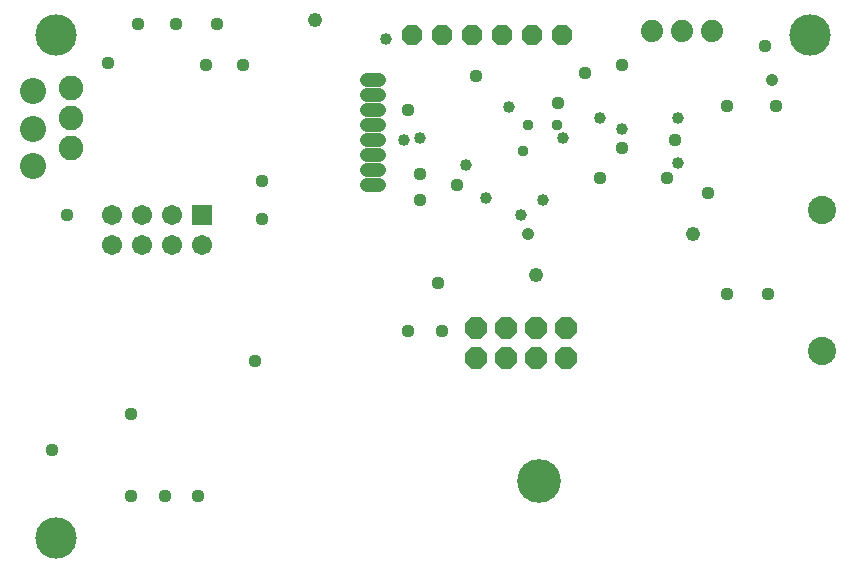
<source format=gbr>
G04 EAGLE Gerber RS-274X export*
G75*
%MOMM*%
%FSLAX34Y34*%
%LPD*%
%INSoldermask Bottom*%
%IPPOS*%
%AMOC8*
5,1,8,0,0,1.08239X$1,22.5*%
G01*
%ADD10C,2.203200*%
%ADD11R,1.711200X1.711200*%
%ADD12C,1.711200*%
%ADD13C,2.082800*%
%ADD14P,1.869504X8X292.500000*%
%ADD15C,3.505200*%
%ADD16C,1.219200*%
%ADD17C,1.879600*%
%ADD18P,2.034460X8X202.500000*%
%ADD19C,2.387600*%
%ADD20C,3.703200*%
%ADD21C,1.109600*%
%ADD22C,1.009600*%
%ADD23C,0.959600*%
%ADD24C,1.059600*%
%ADD25C,1.219200*%


D10*
X15875Y339725D03*
X15875Y371475D03*
X15875Y403225D03*
D11*
X158750Y298450D03*
D12*
X82550Y273050D03*
X107950Y273050D03*
X133350Y273050D03*
X158750Y273050D03*
X133350Y298450D03*
X107950Y298450D03*
X82550Y298450D03*
D13*
X47625Y406400D03*
X47625Y381000D03*
X47625Y355600D03*
D14*
X463550Y450850D03*
X438150Y450850D03*
X412750Y450850D03*
X387350Y450850D03*
X361950Y450850D03*
X336550Y450850D03*
D15*
X34925Y25400D03*
X34925Y450850D03*
X673100Y450850D03*
D16*
X308610Y412750D02*
X298450Y412750D01*
X298450Y400050D02*
X308610Y400050D01*
X308610Y387350D02*
X298450Y387350D01*
X298450Y374650D02*
X308610Y374650D01*
X308610Y361950D02*
X298450Y361950D01*
X298450Y349250D02*
X308610Y349250D01*
X308610Y336550D02*
X298450Y336550D01*
X298450Y323850D02*
X308610Y323850D01*
D17*
X565150Y454025D03*
X539750Y454025D03*
X590550Y454025D03*
D18*
X466725Y203200D03*
X466725Y177800D03*
X441325Y203200D03*
X441325Y177800D03*
X415925Y203200D03*
X415925Y177800D03*
X390525Y203200D03*
X390525Y177800D03*
D19*
X683675Y303175D03*
X683675Y183175D03*
D20*
X443675Y73175D03*
D21*
X358775Y241300D03*
X203200Y174625D03*
D22*
X428625Y298450D03*
X447675Y311150D03*
X314325Y447675D03*
D21*
X482600Y419100D03*
X635000Y441325D03*
X31750Y100013D03*
D23*
X430213Y352425D03*
D21*
X209550Y295275D03*
X209550Y327025D03*
X390525Y415925D03*
D23*
X458788Y374650D03*
X434975Y374650D03*
D21*
X333375Y200025D03*
X44450Y298450D03*
X79375Y427038D03*
X638175Y231775D03*
X514350Y425450D03*
X361950Y200025D03*
X603250Y390525D03*
X603250Y231775D03*
X514350Y355600D03*
X98425Y130175D03*
X155575Y60325D03*
X127000Y60325D03*
X98425Y60325D03*
X342900Y333375D03*
X558800Y361950D03*
X374650Y323850D03*
X333375Y387350D03*
X193675Y425450D03*
X161925Y425450D03*
X342900Y311150D03*
X104775Y460375D03*
X136525Y460375D03*
X171450Y460375D03*
X587375Y317500D03*
X495300Y330200D03*
X552450Y330200D03*
D24*
X641350Y412750D03*
D21*
X644525Y390525D03*
D22*
X399161Y313182D03*
X381762Y340614D03*
D25*
X441325Y247650D03*
D22*
X342900Y363538D03*
D21*
X460375Y393700D03*
D25*
X254000Y463550D03*
D22*
X495300Y381000D03*
X418338Y390271D03*
D24*
X434975Y282575D03*
D22*
X514350Y371475D03*
X561975Y381000D03*
X463931Y363506D03*
X561975Y342900D03*
X329311Y361950D03*
D25*
X574675Y282575D03*
M02*

</source>
